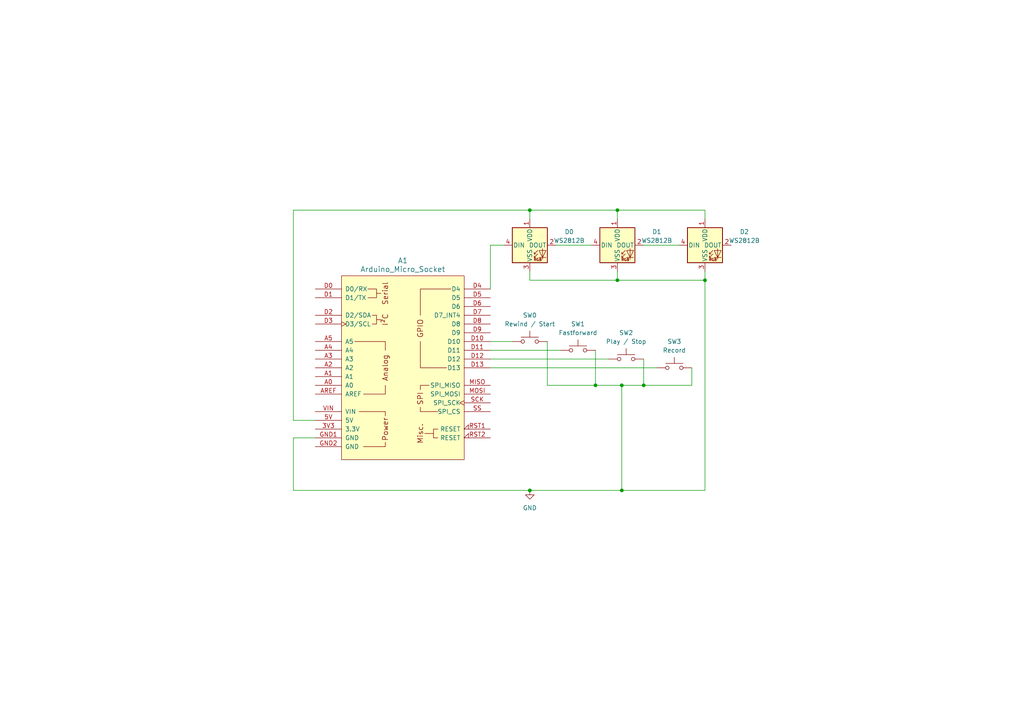
<source format=kicad_sch>
(kicad_sch (version 20230121) (generator eeschema)
  (paper "A4")
  (title_block (title "System Electrical Schematic") (date "2024-03-14") (rev "v1"))
  (lib_symbols
    (symbol "LED:WS2812B" (pin_names (offset 0.254))
      (property "Reference" "D" (at 5.08 5.715 0))
      (property "Value" "WS2812B" (at 1.27 -5.715 0))
      (symbol "WS2812B_0_0"
        (text "RGB" (at 2.286 -4.191 0) (effects (font (size 0.762 0.762))))
      )
      (symbol "WS2812B_0_1"
        (polyline (pts (xy 1.27 -3.556) (xy 1.778 -3.556)))
        (polyline (pts (xy 1.27 -2.54) (xy 1.778 -2.54)))
        (polyline (pts (xy 4.699 -3.556) (xy 2.667 -3.556)))
        (polyline (pts (xy 2.286 -2.54) (xy 1.27 -3.556) (xy 1.27 -3.048)))
        (polyline (pts (xy 2.286 -1.524) (xy 1.27 -2.54) (xy 1.27 -2.032)))
        (polyline (pts (xy 3.683 -1.016) (xy 3.683 -3.556) (xy 3.683 -4.064)))
        (polyline (pts (xy 4.699 -1.524) (xy 2.667 -1.524) (xy 3.683 -3.556) (xy 4.699 -1.524)))
        (rectangle (start 5.08 5.08) (end -5.08 -5.08) (stroke (width 0.254)) (fill (type background)))
      )
      (symbol "WS2812B_1_1"
        (pin power_in line (at 0 7.62 270) (length 2.54) (name "VDD") (number "1"))
        (pin output line (at 7.62 0 180) (length 2.54) (name "DOUT") (number "2"))
        (pin power_in line (at 0 -7.62 90) (length 2.54) (name "VSS") (number "3"))
        (pin input line (at -7.62 0 0) (length 2.54) (name "DIN") (number "4"))
      )
    )
    (symbol "PCM_arduino-library:Arduino_Micro_Socket" (pin_names (offset 1.016))
      (property "Reference" "A" (at 0 33.02 0))
      (property "Value" "Arduino_Micro_Socket" (at 0 29.21 0))
      (symbol "Arduino_Micro_Socket_0_0"
        (rectangle (start -17.78 26.67) (end 17.78 -26.67) (fill (type background)))
        (polyline (pts (xy -7.62 13.97) (xy -6.35 13.97)))
        (polyline (pts (xy -7.62 21.59) (xy -6.35 21.59)))
        (polyline (pts (xy 8.89 -19.05) (xy 6.35 -19.05)))
        (polyline (pts (xy -11.43 -22.86) (xy -5.08 -22.86) (xy -5.08 -21.59)))
        (polyline (pts (xy -5.08 -13.97) (xy -5.08 -12.7) (xy -12.7 -12.7)))
        (polyline (pts (xy -5.08 -5.08) (xy -5.08 -7.62) (xy -11.43 -7.62)))
        (polyline (pts (xy -5.08 5.08) (xy -5.08 7.62) (xy -13.97 7.62)))
        (polyline (pts (xy 5.08 -11.43) (xy 5.08 -12.7) (xy 10.16 -12.7)))
        (polyline (pts (xy 5.08 7.62) (xy 5.08 0) (xy 12.7 0)))
        (polyline (pts (xy 7.62 -5.08) (xy 5.08 -5.08) (xy 5.08 -6.35)))
        (polyline (pts (xy 13.97 22.86) (xy 5.08 22.86) (xy 5.08 15.24)))
        (polyline (pts (xy -10.16 22.86) (xy -7.62 22.86) (xy -7.62 20.32) (xy -10.16 20.32)))
        (polyline (pts (xy -8.89 15.24) (xy -7.62 15.24) (xy -7.62 12.7) (xy -8.89 12.7)))
        (text "Analog" (at -5.08 0 900) (effects (font (size 1.524 1.524))))
        (text "I²C" (at -5.08 13.97 900) (effects (font (size 1.524 1.524))))
        (text "Misc." (at 5.08 -19.05 900) (effects (font (size 1.524 1.524))))
        (text "Power" (at -5.08 -17.78 900) (effects (font (size 1.524 1.524))))
        (text "Serial" (at -5.08 21.59 900) (effects (font (size 1.524 1.524))))
        (text "SPI" (at 5.08 -8.89 900) (effects (font (size 1.524 1.524))))
      )
      (symbol "Arduino_Micro_Socket_0_1"
        (polyline (pts (xy 10.16 -17.78) (xy 8.89 -17.78) (xy 8.89 -20.32) (xy 10.16 -20.32)))
      )
      (symbol "Arduino_Micro_Socket_1_0"
        (text "GPIO" (at 5.08 11.43 900) (effects (font (size 1.524 1.524))))
      )
      (symbol "Arduino_Micro_Socket_1_1"
        (pin power_out line (at -25.4 -17.78 0) (length 7.62) (name "3.3V") (number "3V3"))
        (pin power_in line (at -25.4 -15.24 0) (length 7.62) (name "5V") (number "5V"))
        (pin bidirectional line (at -25.4 -5.08 0) (length 7.62) (name "A0") (number "A0"))
        (pin bidirectional line (at -25.4 -2.54 0) (length 7.62) (name "A1") (number "A1"))
        (pin bidirectional line (at -25.4 0 0) (length 7.62) (name "A2") (number "A2"))
        (pin bidirectional line (at -25.4 2.54 0) (length 7.62) (name "A3") (number "A3"))
        (pin bidirectional line (at -25.4 5.08 0) (length 7.62) (name "A4") (number "A4"))
        (pin bidirectional line (at -25.4 7.62 0) (length 7.62) (name "A5") (number "A5"))
        (pin input line (at -25.4 -7.62 0) (length 7.62) (name "AREF") (number "AREF"))
        (pin bidirectional line (at -25.4 22.86 0) (length 7.62) (name "D0/RX") (number "D0"))
        (pin bidirectional line (at -25.4 20.32 0) (length 7.62) (name "D1/TX") (number "D1"))
        (pin bidirectional line (at 25.4 7.62 180) (length 7.62) (name "D10") (number "D10"))
        (pin bidirectional line (at 25.4 5.08 180) (length 7.62) (name "D11") (number "D11"))
        (pin bidirectional line (at 25.4 2.54 180) (length 7.62) (name "D12") (number "D12"))
        (pin bidirectional line (at 25.4 0 180) (length 7.62) (name "D13") (number "D13"))
        (pin bidirectional line (at -25.4 15.24 0) (length 7.62) (name "D2/SDA") (number "D2"))
        (pin bidirectional clock (at -25.4 12.7 0) (length 7.62) (name "D3/SCL") (number "D3"))
        (pin bidirectional line (at 25.4 22.86 180) (length 7.62) (name "D4") (number "D4"))
        (pin bidirectional line (at 25.4 20.32 180) (length 7.62) (name "D5") (number "D5"))
        (pin bidirectional line (at 25.4 17.78 180) (length 7.62) (name "D6") (number "D6"))
        (pin bidirectional line (at 25.4 15.24 180) (length 7.62) (name "D7_INT4") (number "D7"))
        (pin bidirectional line (at 25.4 12.7 180) (length 7.62) (name "D8") (number "D8"))
        (pin bidirectional line (at 25.4 10.16 180) (length 7.62) (name "D9") (number "D9"))
        (pin power_in line (at -25.4 -20.32 0) (length 7.62) (name "GND") (number "GND1"))
        (pin power_in line (at -25.4 -22.86 0) (length 7.62) (name "GND") (number "GND2"))
        (pin input line (at 25.4 -5.08 180) (length 7.62) (name "SPI_MISO") (number "MISO"))
        (pin output line (at 25.4 -7.62 180) (length 7.62) (name "SPI_MOSI") (number "MOSI"))
        (pin open_collector input_low (at 25.4 -17.78 180) (length 7.62) (name "RESET") (number "RST1"))
        (pin open_collector input_low (at 25.4 -20.32 180) (length 7.62) (name "RESET") (number "RST2"))
        (pin output clock (at 25.4 -10.16 180) (length 7.62) (name "SPI_SCK") (number "SCK"))
        (pin bidirectional line (at 25.4 -12.7 180) (length 7.62) (name "SPI_CS") (number "SS"))
        (pin power_in line (at -25.4 -12.7 0) (length 7.62) (name "VIN") (number "VIN"))
      )
    )
    (symbol "Switch:SW_Push" (pin_numbers hide) (pin_names (offset 1.016) hide)
      (property "Reference" "SW" (at 1.27 2.54 0))
      (property "Value" "SW_Push" (at 0 -1.524 0))
      (symbol "SW_Push_0_1"
        (circle (center -2.032 0) (radius 0.508))
        (polyline (pts (xy 0 1.27) (xy 0 3.048)))
        (polyline (pts (xy 2.54 1.27) (xy -2.54 1.27)))
        (circle (center 2.032 0) (radius 0.508))
        (pin passive line (at -5.08 0 0) (length 2.54) (name "1") (number "1"))
        (pin passive line (at 5.08 0 180) (length 2.54) (name "2") (number "2"))
      )
    )
    (symbol "power:GND" (power) (pin_names (offset 0))
      (property "Value" "GND" (at 0 -3.81 0))
      (symbol "GND_0_1"
        (polyline (pts (xy 0 0) (xy 0 -1.27) (xy 1.27 -1.27) (xy 0 -2.54) (xy -1.27 -1.27) (xy 0 -1.27)))
      )
      (symbol "GND_1_1"
        (pin power_in line (at 0 0 270) (length 0) hide (name "GND") (number "1"))
      )
    )
  )
  (junction (at 179.07 60.96))
  (junction (at 204.47 81.28))
  (junction (at 153.67 142.24))
  (junction (at 153.67 60.96))
  (junction (at 180.34 142.24))
  (junction (at 186.69 111.76))
  (junction (at 180.34 111.76))
  (junction (at 172.72 111.76))
  (junction (at 179.07 81.28))
  (wire (pts (xy 200.66 106.68) (xy 200.66 111.76)))
  (wire (pts (xy 172.72 111.76) (xy 180.34 111.76)))
  (wire (pts (xy 179.07 81.28) (xy 204.47 81.28)))
  (wire (pts (xy 161.29 71.12) (xy 171.45 71.12)))
  (wire (pts (xy 186.69 104.14) (xy 186.69 111.76)))
  (wire (pts (xy 180.34 142.24) (xy 153.67 142.24)))
  (wire (pts (xy 91.44 121.92) (xy 85.09 121.92)))
  (wire (pts (xy 85.09 142.24) (xy 85.09 127)))
  (wire (pts (xy 85.09 127) (xy 91.44 127)))
  (wire (pts (xy 142.24 104.14) (xy 176.53 104.14)))
  (wire (pts (xy 142.24 106.68) (xy 190.5 106.68)))
  (wire (pts (xy 172.72 101.6) (xy 172.72 111.76)))
  (wire (pts (xy 142.24 71.12) (xy 146.05 71.12)))
  (wire (pts (xy 153.67 60.96) (xy 153.67 63.5)))
  (wire (pts (xy 204.47 78.74) (xy 204.47 81.28)))
  (wire (pts (xy 153.67 60.96) (xy 179.07 60.96)))
  (wire (pts (xy 179.07 60.96) (xy 204.47 60.96)))
  (wire (pts (xy 179.07 60.96) (xy 179.07 63.5)))
  (wire (pts (xy 179.07 78.74) (xy 179.07 81.28)))
  (wire (pts (xy 180.34 142.24) (xy 204.47 142.24)))
  (wire (pts (xy 153.67 142.24) (xy 85.09 142.24)))
  (wire (pts (xy 158.75 111.76) (xy 158.75 99.06)))
  (wire (pts (xy 142.24 99.06) (xy 148.59 99.06)))
  (wire (pts (xy 172.72 111.76) (xy 158.75 111.76)))
  (wire (pts (xy 153.67 81.28) (xy 179.07 81.28)))
  (wire (pts (xy 142.24 83.82) (xy 142.24 71.12)))
  (wire (pts (xy 85.09 60.96) (xy 153.67 60.96)))
  (wire (pts (xy 186.69 71.12) (xy 196.85 71.12)))
  (wire (pts (xy 204.47 142.24) (xy 204.47 81.28)))
  (wire (pts (xy 180.34 111.76) (xy 186.69 111.76)))
  (wire (pts (xy 186.69 111.76) (xy 200.66 111.76)))
  (wire (pts (xy 142.24 101.6) (xy 162.56 101.6)))
  (wire (pts (xy 204.47 60.96) (xy 204.47 63.5)))
  (wire (pts (xy 153.67 78.74) (xy 153.67 81.28)))
  (wire (pts (xy 180.34 111.76) (xy 180.34 142.24)))
  (wire (pts (xy 85.09 121.92) (xy 85.09 60.96)))
  (symbol (lib_id "power:GND") (at 153.67 142.24 0) (unit 1)
    (property "Reference" "#PWR01" (effects hide))
    (property "Value" "GND" (at 153.67 147.32 0))
  )
  (symbol (lib_id "LED:WS2812B") (at 153.67 71.12 0) (unit 1)
    (property "Reference" "D0" (at 165.1 67.2339 0))
    (property "Value" "WS2812B" (at 165.1 69.7739 0))
    (property "Footprint" "LED_SMD:LED_WS2812B_PLCC4_5.0x5.0mm_P3.2mm" (effects hide))
    (property "Datasheet" "https://cdn-shop.adafruit.com/datasheets/WS2812B.pdf" (effects hide))
  )
  (symbol (lib_id "PCM_arduino-library:Arduino_Micro_Socket") (at 116.84 106.68 0) (unit 1)
    (property "Reference" "A1" (at 116.84 75.565 0) (effects (font (size 1.524 1.524))))
    (property "Value" "Arduino_Micro_Socket" (at 116.84 78.105 0) (effects (font (size 1.524 1.524))))
    (property "Footprint" "PCM_arduino-library:Arduino_Micro_Socket" (effects hide))
    (property "Datasheet" "https://docs.arduino.cc/hardware/micro" (effects hide))
  )
  (symbol (lib_id "LED:WS2812B") (at 179.07 71.12 0) (unit 1)
    (property "Reference" "D1" (at 190.5 67.2339 0))
    (property "Value" "WS2812B" (at 190.5 69.7739 0))
    (property "Footprint" "LED_SMD:LED_WS2812B_PLCC4_5.0x5.0mm_P3.2mm" (effects hide))
    (property "Datasheet" "https://cdn-shop.adafruit.com/datasheets/WS2812B.pdf" (effects hide))
  )
  (symbol (lib_id "Switch:SW_Push") (at 195.58 106.68 0) (unit 1)
    (property "Reference" "SW3" (at 195.58 99.06 0))
    (property "Value" "Record" (at 195.58 101.6 0))
  )
  (symbol (lib_id "Switch:SW_Push") (at 181.61 104.14 0) (unit 1)
    (property "Reference" "SW2" (at 181.61 96.52 0))
    (property "Value" "Play / Stop" (at 181.61 99.06 0))
  )
  (symbol (lib_id "Switch:SW_Push") (at 153.67 99.06 0) (unit 1)
    (property "Reference" "SW0" (at 153.67 91.44 0))
    (property "Value" "Rewind / Start" (at 153.67 93.98 0))
  )
  (symbol (lib_id "LED:WS2812B") (at 204.47 71.12 0) (unit 1)
    (property "Reference" "D2" (at 215.9 67.2339 0))
    (property "Value" "WS2812B" (at 215.9 69.7739 0))
    (property "Footprint" "LED_SMD:LED_WS2812B_PLCC4_5.0x5.0mm_P3.2mm" (effects hide))
    (property "Datasheet" "https://cdn-shop.adafruit.com/datasheets/WS2812B.pdf" (effects hide))
  )
  (symbol (lib_id "Switch:SW_Push") (at 167.64 101.6 0) (unit 1)
    (property "Reference" "SW1" (at 167.64 93.98 0))
    (property "Value" "Fastforward" (at 167.64 96.52 0))
  )
)
</source>
